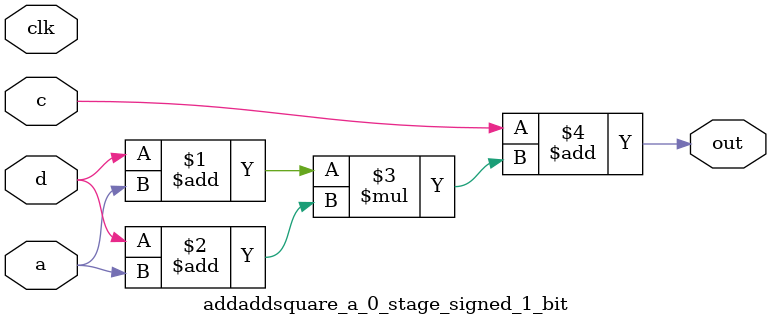
<source format=sv>
(* use_dsp = "yes" *) module addaddsquare_a_0_stage_signed_1_bit(
	input signed [0:0] a,
	input signed [0:0] c,
	input signed [0:0] d,
	output [0:0] out,
	input clk);

	assign out = c + ((d + a) * (d + a));
endmodule

</source>
